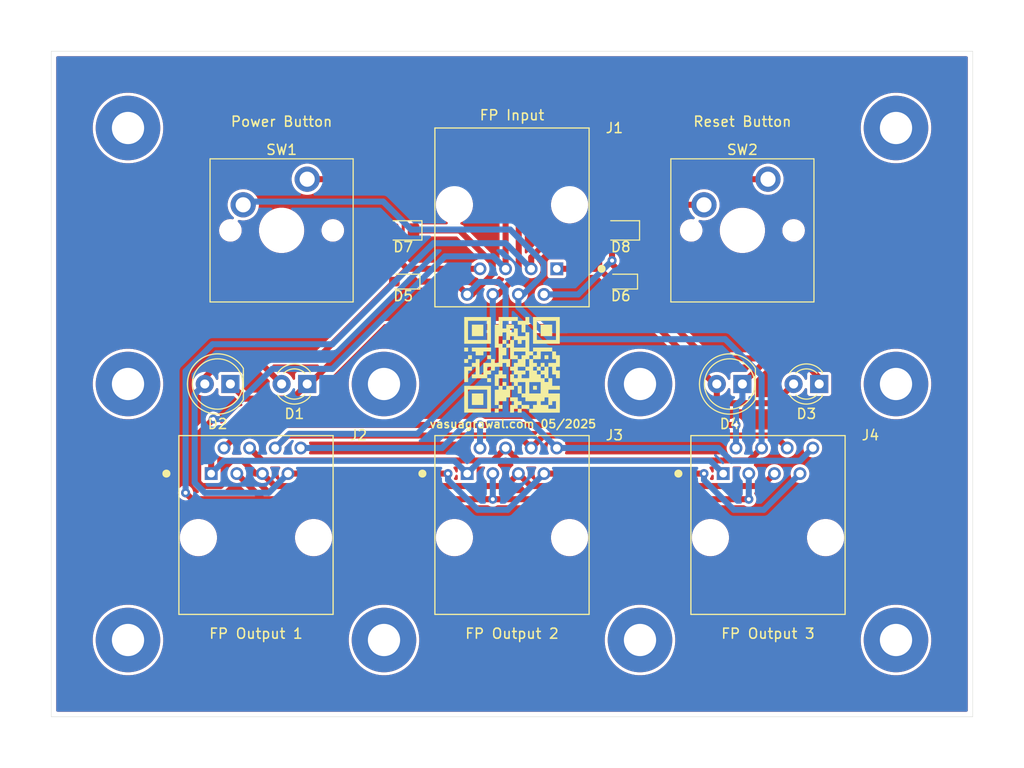
<source format=kicad_pcb>
(kicad_pcb (version 20241229) (generator "pcbnew") (generator_version "9.0")
  (layers (0 "F.Cu" signal) (2 "B.Cu" signal) (13 "F.Paste" user) (15 "B.Paste" user) (5 "F.SilkS" user "F.Silkscreen") (7 "B.SilkS" user "B.Silkscreen") (1 "F.Mask" user) (3 "B.Mask" user) (25 "Edge.Cuts" user))
  (net 0 "")
  (net 1 "PWR_LED-")
  (net 2 "PWR_LED+")
  (net 3 "HDD_LED+")
  (net 4 "HDD_LED-")
  (net 5 "PWR_SW-")
  (net 6 "PWR_SW+")
  (net 7 "RESET_SW+")
  (net 8 "RESET_SW-")
  (footprint "MountingHole:MountingHole_3.2mm_M3_Pad" (layer "F.Cu") (at 177.8 101.6)
    (property "Reference" "H6" (hide yes))
    (property "Value" "MountingHole")
    (pad "1" thru_hole circle (at 0 0) (size 6.4 6.4) (drill 3.2) (layers "*.Cu" "*.Mask"))
  )
  (footprint "MountingHole:MountingHole_3.2mm_M3_Pad" (layer "F.Cu") (at 101.6 101.6)
    (property "Reference" "H3" (hide yes))
    (property "Value" "MountingHole")
    (pad "1" thru_hole circle (at 0 0) (size 6.4 6.4) (drill 3.2) (layers "*.Cu" "*.Mask"))
  )
  (footprint "LED_THT:LED_D3.0mm" (layer "F.Cu") (at 170.18 76.2 180)
    (property "Reference" "D3" (at 1.27 -2.96 0) (layer "F.SilkS"))
    (property "Value" "LED")
    (pad "1" thru_hole rect (at 0 0 180) (size 1.8 1.8) (drill 0.9) (layers "*.Cu" "*.Mask") (net 4 "HDD_LED-"))
    (pad "2" thru_hole circle (at 2.54 0 180) (size 1.8 1.8) (drill 0.9) (layers "*.Cu" "*.Mask") (net 3 "HDD_LED+"))
  )
  (footprint "MountingHole:MountingHole_3.2mm_M3_Pad" (layer "F.Cu") (at 127 76.2)
    (property "Reference" "H7" (hide yes))
    (property "Value" "MountingHole")
    (pad "1" thru_hole circle (at 0 0) (size 6.4 6.4) (drill 3.2) (layers "*.Cu" "*.Mask"))
  )
  (footprint "LED_SMD:LED_0603_1608Metric_Pad1.05x0.95mm_HandSolder" (layer "F.Cu") (at 128.905 66.04 180)
    (property "Reference" "D5" (at 0 -1.43 0) (layer "F.SilkS"))
    (property "Value" "LED")
    (pad "1" smd roundrect (at -0.875 0 180) (size 1.05 0.95) (layers "F.Cu" "F.Mask" "F.Paste") (net 1 "PWR_LED-"))
    (pad "2" smd roundrect (at 0.875 0 180) (size 1.05 0.95) (layers "F.Cu" "F.Mask" "F.Paste") (net 2 "PWR_LED+"))
  )
  (footprint "LED_SMD:LED_0603_1608Metric_Pad1.05x0.95mm_HandSolder" (layer "F.Cu") (at 150.495 66.04 180)
    (property "Reference" "D6" (at 0 -1.43 0) (layer "F.SilkS"))
    (property "Value" "LED")
    (pad "1" smd roundrect (at -0.875 0 180) (size 1.05 0.95) (layers "F.Cu" "F.Mask" "F.Paste") (net 4 "HDD_LED-"))
    (pad "2" smd roundrect (at 0.875 0 180) (size 1.05 0.95) (layers "F.Cu" "F.Mask" "F.Paste") (net 3 "HDD_LED+"))
  )
  (footprint "54602_908LF:AMPHENOL_54602-908LF" (layer "F.Cu") (at 139.7 91.44)
    (property "Reference" "J3" (at 10.16 -10.16 0) (layer "F.SilkS") (effects (font (size 1.001598 1.001598))))
    (property "Value" "FP Output 2" (at 0 9.525 0) (layer "F.SilkS") (effects (font (size 1.001937 1.001937))))
    (pad "" np_thru_hole circle (at -5.715 0) (size 3.2 3.2) (drill 3.2) (layers "*.Cu" "*.Mask"))
    (pad "" np_thru_hole circle (at 5.715 0) (size 3.2 3.2) (drill 3.2) (layers "*.Cu" "*.Mask"))
    (pad "1" thru_hole rect (at -4.445 -6.35) (size 1.268 1.268) (drill 0.76) (layers "*.Cu" "*.Mask") (net 3 "HDD_LED+"))
    (pad "2" thru_hole circle (at -3.175 -8.89) (size 1.268 1.268) (drill 0.76) (layers "*.Cu" "*.Mask") (net 4 "HDD_LED-"))
    (pad "3" thru_hole circle (at -1.905 -6.35) (size 1.268 1.268) (drill 0.76) (layers "*.Cu" "*.Mask") (net 7 "RESET_SW+"))
    (pad "4" thru_hole circle (at -0.635 -8.89) (size 1.268 1.268) (drill 0.76) (layers "*.Cu" "*.Mask") (net 6 "PWR_SW+"))
    (pad "5" thru_hole circle (at 0.635 -6.35) (size 1.268 1.268) (drill 0.76) (layers "*.Cu" "*.Mask") (net 5 "PWR_SW-"))
    (pad "6" thru_hole circle (at 1.905 -8.89) (size 1.268 1.268) (drill 0.76) (layers "*.Cu" "*.Mask") (net 8 "RESET_SW-"))
    (pad "7" thru_hole circle (at 3.175 -6.35) (size 1.268 1.268) (drill 0.76) (layers "*.Cu" "*.Mask") (net 2 "PWR_LED+"))
    (pad "8" thru_hole circle (at 4.445 -8.89) (size 1.268 1.268) (drill 0.76) (layers "*.Cu" "*.Mask") (net 1 "PWR_LED-"))
  )
  (footprint "PCM_Switch_Keyboard_Cherry_MX:SW_Cherry_MX_PCB_1.00u" (layer "F.Cu") (at 116.84 60.96)
    (property "Reference" "SW1" (at 0 -8 0) (layer "F.SilkS"))
    (property "Value" "Power Button" (at 0 -10.795 0) (layer "F.SilkS"))
    (pad "" np_thru_hole circle (at -5.08 0) (size 1.75 1.75) (drill 1.75) (layers "*.Cu" "*.Mask"))
    (pad "" np_thru_hole circle (at 0 0) (size 4 4) (drill 4) (layers "*.Cu" "*.Mask"))
    (pad "" np_thru_hole circle (at 5.08 0) (size 1.75 1.75) (drill 1.75) (layers "*.Cu" "*.Mask"))
    (pad "1" thru_hole circle (at -3.81 -2.54) (size 2.5 2.5) (drill 1.5) (layers "*.Cu" "*.Mask") (net 6 "PWR_SW+"))
    (pad "2" thru_hole circle (at 2.54 -5.08) (size 2.5 2.5) (drill 1.5) (layers "*.Cu" "*.Mask") (net 5 "PWR_SW-"))
  )
  (footprint "LED_SMD:LED_0805_2012Metric_Pad1.15x1.40mm_HandSolder" (layer "F.Cu") (at 150.495 60.96 180)
    (property "Reference" "D8" (at 0 -1.65 0) (layer "F.SilkS"))
    (property "Value" "LED")
    (pad "1" smd roundrect (at -1.025 0 180) (size 1.15 1.4) (layers "F.Cu" "F.Mask" "F.Paste") (roundrect_rratio 0.217391) (net 4 "HDD_LED-"))
    (pad "2" smd roundrect (at 1.025 0 180) (size 1.15 1.4) (layers "F.Cu" "F.Mask" "F.Paste") (roundrect_rratio 0.217391) (net 3 "HDD_LED+"))
  )
  (footprint "54602_908LF:AMPHENOL_54602-908LF" (layer "F.Cu") (at 139.7 58.42 180)
    (property "Reference" "J1" (at -10.16 7.62 0) (layer "F.SilkS") (effects (font (size 1.001598 1.001598))))
    (property "Value" "FP Input" (at 0 8.89 0) (layer "F.SilkS") (effects (font (size 1.001937 1.001937))))
    (pad "" np_thru_hole circle (at -5.715 0 180) (size 3.2 3.2) (drill 3.2) (layers "*.Cu" "*.Mask"))
    (pad "" np_thru_hole circle (at 5.715 0 180) (size 3.2 3.2) (drill 3.2) (layers "*.Cu" "*.Mask"))
    (pad "1" thru_hole rect (at -4.445 -6.35 180) (size 1.268 1.268) (drill 0.76) (layers "*.Cu" "*.Mask") (net 3 "HDD_LED+"))
    (pad "2" thru_hole circle (at -3.175 -8.89 180) (size 1.268 1.268) (drill 0.76) (layers "*.Cu" "*.Mask") (net 4 "HDD_LED-"))
    (pad "3" thru_hole circle (at -1.905 -6.35 180) (size 1.268 1.268) (drill 0.76) (layers "*.Cu" "*.Mask") (net 7 "RESET_SW+"))
    (pad "4" thru_hole circle (at -0.635 -8.89 180) (size 1.268 1.268) (drill 0.76) (layers "*.Cu" "*.Mask") (net 6 "PWR_SW+"))
    (pad "5" thru_hole circle (at 0.635 -6.35 180) (size 1.268 1.268) (drill 0.76) (layers "*.Cu" "*.Mask") (net 5 "PWR_SW-"))
    (pad "6" thru_hole circle (at 1.905 -8.89 180) (size 1.268 1.268) (drill 0.76) (layers "*.Cu" "*.Mask") (net 8 "RESET_SW-"))
    (pad "7" thru_hole circle (at 3.175 -6.35 180) (size 1.268 1.268) (drill 0.76) (layers "*.Cu" "*.Mask") (net 2 "PWR_LED+"))
    (pad "8" thru_hole circle (at 4.445 -8.89 180) (size 1.268 1.268) (drill 0.76) (layers "*.Cu" "*.Mask") (net 1 "PWR_LED-"))
  )
  (footprint "MountingHole:MountingHole_3.2mm_M3_Pad" (layer "F.Cu") (at 127 101.6)
    (property "Reference" "H9" (hide yes))
    (property "Value" "MountingHole")
    (pad "1" thru_hole circle (at 0 0) (size 6.4 6.4) (drill 3.2) (layers "*.Cu" "*.Mask"))
  )
  (footprint "LED_THT:LED_D5.0mm" (layer "F.Cu") (at 162.56 76.2 180)
    (property "Reference" "D4" (at 1.27 -3.96 0) (layer "F.SilkS"))
    (property "Value" "LED")
    (pad "1" thru_hole rect (at 0 0 180) (size 1.8 1.8) (drill 0.9) (layers "*.Cu" "*.Mask") (net 4 "HDD_LED-"))
    (pad "2" thru_hole circle (at 2.54 0 180) (size 1.8 1.8) (drill 0.9) (layers "*.Cu" "*.Mask") (net 3 "HDD_LED+"))
  )
  (footprint "54602_908LF:AMPHENOL_54602-908LF" (layer "F.Cu") (at 165.1 91.44)
    (property "Reference" "J4" (at 10.16 -10.16 0) (layer "F.SilkS") (effects (font (size 1.001598 1.001598))))
    (property "Value" "FP Output 3" (at 0 9.525 0) (layer "F.SilkS") (effects (font (size 1.001937 1.001937))))
    (pad "" np_thru_hole circle (at -5.715 0) (size 3.2 3.2) (drill 3.2) (layers "*.Cu" "*.Mask"))
    (pad "" np_thru_hole circle (at 5.715 0) (size 3.2 3.2) (drill 3.2) (layers "*.Cu" "*.Mask"))
    (pad "1" thru_hole rect (at -4.445 -6.35) (size 1.268 1.268) (drill 0.76) (layers "*.Cu" "*.Mask") (net 3 "HDD_LED+"))
    (pad "2" thru_hole circle (at -3.175 -8.89) (size 1.268 1.268) (drill 0.76) (layers "*.Cu" "*.Mask") (net 4 "HDD_LED-"))
    (pad "3" thru_hole circle (at -1.905 -6.35) (size 1.268 1.268) (drill 0.76) (layers "*.Cu" "*.Mask") (net 7 "RESET_SW+"))
    (pad "4" thru_hole circle (at -0.635 -8.89) (size 1.268 1.268) (drill 0.76) (layers "*.Cu" "*.Mask") (net 6 "PWR_SW+"))
    (pad "5" thru_hole circle (at 0.635 -6.35) (size 1.268 1.268) (drill 0.76) (layers "*.Cu" "*.Mask") (net 5 "PWR_SW-"))
    (pad "6" thru_hole circle (at 1.905 -8.89) (size 1.268 1.268) (drill 0.76) (layers "*.Cu" "*.Mask") (net 8 "RESET_SW-"))
    (pad "7" thru_hole circle (at 3.175 -6.35) (size 1.268 1.268) (drill 0.76) (layers "*.Cu" "*.Mask") (net 2 "PWR_LED+"))
    (pad "8" thru_hole circle (at 4.445 -8.89) (size 1.268 1.268) (drill 0.76) (layers "*.Cu" "*.Mask") (net 1 "PWR_LED-"))
  )
  (footprint "PCM_Switch_Keyboard_Cherry_MX:SW_Cherry_MX_PCB_1.00u" (layer "F.Cu") (at 162.56 60.96)
    (property "Reference" "SW2" (at 0 -8 0) (layer "F.SilkS"))
    (property "Value" "Reset Button" (at 0 -10.795 0) (layer "F.SilkS"))
    (pad "" np_thru_hole circle (at -5.08 0) (size 1.75 1.75) (drill 1.75) (layers "*.Cu" "*.Mask"))
    (pad "" np_thru_hole circle (at 0 0) (size 4 4) (drill 4) (layers "*.Cu" "*.Mask"))
    (pad "" np_thru_hole circle (at 5.08 0) (size 1.75 1.75) (drill 1.75) (layers "*.Cu" "*.Mask"))
    (pad "1" thru_hole circle (at -3.81 -2.54) (size 2.5 2.5) (drill 1.5) (layers "*.Cu" "*.Mask") (net 7 "RESET_SW+"))
    (pad "2" thru_hole circle (at 2.54 -5.08) (size 2.5 2.5) (drill 1.5) (layers "*.Cu" "*.Mask") (net 8 "RESET_SW-"))
  )
  (footprint "MountingHole:MountingHole_3.2mm_M3_Pad" (layer "F.Cu") (at 177.8 50.8)
    (property "Reference" "H4" (hide yes))
    (property "Value" "MountingHole")
    (pad "1" thru_hole circle (at 0 0) (size 6.4 6.4) (drill 3.2) (layers "*.Cu" "*.Mask"))
  )
  (footprint "MountingHole:MountingHole_3.2mm_M3_Pad" (layer "F.Cu") (at 101.6 76.2)
    (property "Reference" "H2" (hide yes))
    (property "Value" "MountingHole")
    (pad "1" thru_hole circle (at 0 0) (size 6.4 6.4) (drill 3.2) (layers "*.Cu" "*.Mask"))
  )
  (footprint "MountingHole:MountingHole_3.2mm_M3_Pad" (layer "F.Cu") (at 152.4 76.2)
    (property "Reference" "H8" (hide yes))
    (property "Value" "MountingHole")
    (pad "1" thru_hole circle (at 0 0) (size 6.4 6.4) (drill 3.2) (layers "*.Cu" "*.Mask"))
  )
  (footprint "MountingHole:MountingHole_3.2mm_M3_Pad" (layer "F.Cu") (at 177.8 76.2)
    (property "Reference" "H5" (hide yes))
    (property "Value" "MountingHole")
    (pad "1" thru_hole circle (at 0 0) (size 6.4 6.4) (drill 3.2) (layers "*.Cu" "*.Mask"))
  )
  (footprint "LED_THT:LED_D3.0mm" (layer "F.Cu") (at 119.38 76.2 180)
    (property "Reference" "D1" (at 1.27 -2.96 0) (layer "F.SilkS"))
    (property "Value" "LED")
    (pad "1" thru_hole rect (at 0 0 180) (size 1.8 1.8) (drill 0.9) (layers "*.Cu" "*.Mask") (net 1 "PWR_LED-"))
    (pad "2" thru_hole circle (at 2.54 0 180) (size 1.8 1.8) (drill 0.9) (layers "*.Cu" "*.Mask") (net 2 "PWR_LED+"))
  )
  (footprint "LOGO" (layer "F.Cu") (at 139.7 74.295)
    (property "Reference" "G***" (hide yes))
    (property "Value" "LOGO" (hide yes))
  )
  (footprint "LED_SMD:LED_0805_2012Metric_Pad1.15x1.40mm_HandSolder" (layer "F.Cu") (at 128.905 60.96 180)
    (property "Reference" "D7" (at 0 -1.65 0) (layer "F.SilkS"))
    (property "Value" "LED")
    (pad "1" smd roundrect (at -1.025 0 180) (size 1.15 1.4) (layers "F.Cu" "F.Mask" "F.Paste") (roundrect_rratio 0.217391) (net 1 "PWR_LED-"))
    (pad "2" smd roundrect (at 1.025 0 180) (size 1.15 1.4) (layers "F.Cu" "F.Mask" "F.Paste") (roundrect_rratio 0.217391) (net 2 "PWR_LED+"))
  )
  (footprint "LED_THT:LED_D5.0mm" (layer "F.Cu") (at 111.76 76.2 180)
    (property "Reference" "D2" (at 1.27 -3.96 0) (layer "F.SilkS"))
    (property "Value" "LED")
    (pad "1" thru_hole rect (at 0 0 180) (size 1.8 1.8) (drill 0.9) (layers "*.Cu" "*.Mask") (net 1 "PWR_LED-"))
    (pad "2" thru_hole circle (at 2.54 0 180) (size 1.8 1.8) (drill 0.9) (layers "*.Cu" "*.Mask") (net 2 "PWR_LED+"))
  )
  (footprint "54602_908LF:AMPHENOL_54602-908LF" (layer "F.Cu") (at 114.3 91.44)
    (property "Reference" "J2" (at 10.16 -10.16 0) (layer "F.SilkS") (effects (font (size 1.001598 1.001598))))
    (property "Value" "FP Output 1" (at 0 9.525 0) (layer "F.SilkS") (effects (font (size 1.001937 1.001937))))
    (pad "" np_thru_hole circle (at -5.715 0) (size 3.2 3.2) (drill 3.2) (layers "*.Cu" "*.Mask"))
    (pad "" np_thru_hole circle (at 5.715 0) (size 3.2 3.2) (drill 3.2) (layers "*.Cu" "*.Mask"))
    (pad "1" thru_hole rect (at -4.445 -6.35) (size 1.268 1.268) (drill 0.76) (layers "*.Cu" "*.Mask") (net 3 "HDD_LED+"))
    (pad "2" thru_hole circle (at -3.175 -8.89) (size 1.268 1.268) (drill 0.76) (layers "*.Cu" "*.Mask") (net 4 "HDD_LED-"))
    (pad "3" thru_hole circle (at -1.905 -6.35) (size 1.268 1.268) (drill 0.76) (layers "*.Cu" "*.Mask") (net 7 "RESET_SW+"))
    (pad "4" thru_hole circle (at -0.635 -8.89) (size 1.268 1.268) (drill 0.76) (layers "*.Cu" "*.Mask") (net 6 "PWR_SW+"))
    (pad "5" thru_hole circle (at 0.635 -6.35) (size 1.268 1.268) (drill 0.76) (layers "*.Cu" "*.Mask") (net 5 "PWR_SW-"))
    (pad "6" thru_hole circle (at 1.905 -8.89) (size 1.268 1.268) (drill 0.76) (layers "*.Cu" "*.Mask") (net 8 "RESET_SW-"))
    (pad "7" thru_hole circle (at 3.175 -6.35) (size 1.268 1.268) (drill 0.76) (layers "*.Cu" "*.Mask") (net 2 "PWR_LED+"))
    (pad "8" thru_hole circle (at 4.445 -8.89) (size 1.268 1.268) (drill 0.76) (layers "*.Cu" "*.Mask") (net 1 "PWR_LED-"))
  )
  (footprint "MountingHole:MountingHole_3.2mm_M3_Pad" (layer "F.Cu") (at 152.4 101.6)
    (property "Reference" "H10" (hide yes))
    (property "Value" "MountingHole")
    (pad "1" thru_hole circle (at 0 0) (size 6.4 6.4) (drill 3.2) (layers "*.Cu" "*.Mask"))
  )
  (footprint "MountingHole:MountingHole_3.2mm_M3_Pad" (layer "F.Cu") (at 101.6 50.8)
    (property "Reference" "H1" (hide yes))
    (property "Value" "MountingHole")
    (pad "1" thru_hole circle (at 0 0) (size 6.4 6.4) (drill 3.2) (layers "*.Cu" "*.Mask"))
  )
  (gr_rect (start 93.98 43.18) (end 185.42 109.22) (stroke (width 0.0381)) (fill no) (layer "Edge.Cuts"))
  (gr_text "vasuagrawal.com 05/2025" (at 131.445 80.645 0) (layer "F.SilkS") (effects (font (size 0.8128 0.8128) (thickness 0.1524) (bold yes)) (justify left bottom)))
  (segment (start 113.215 77.655) (end 111.76 76.2) (width 0.6) (layer "F.Cu") (net 1))
  (segment (start 119.38 76.2) (end 117.925 77.655) (width 0.6) (layer "F.Cu") (net 1))
  (segment (start 137.7928 64.2667) (end 137.7928 65.2674) (width 0.6) (layer "F.Cu") (net 1))
  (segment (start 129.93 60.96) (end 134.4861 60.96) (width 0.6) (layer "F.Cu") (net 1))
  (segment (start 133.985 66.04) (end 135.255 67.31) (width 0.6) (layer "F.Cu") (net 1))
  (segment (start 119.38 76.2) (end 119.62 76.2) (width 0.6) (layer "F.Cu") (net 1))
  (segment (start 117.925 77.655) (end 113.215 77.655) (width 0.6) (layer "F.Cu") (net 1))
  (segment (start 134.4861 60.96) (end 137.7928 64.2667) (width 0.6) (layer "F.Cu") (net 1))
  (segment (start 119.62 76.2) (end 129.78 66.04) (width 0.6) (layer "F.Cu") (net 1))
  (segment (start 129.78 66.04) (end 133.985 66.04) (width 0.6) (layer "F.Cu") (net 1))
  (segment (start 137.7928 65.2674) (end 135.7502 67.31) (width 0.6) (layer "F.Cu") (net 1))
  (segment (start 135.7502 67.31) (end 135.255 67.31) (width 0.6) (layer "F.Cu") (net 1))
  (segment (start 139.065 79.214) (end 136.09 79.214) (width 0.6) (layer "B.Cu") (net 1))
  (segment (start 160.178 82.55) (end 144.145 82.55) (width 0.6) (layer "B.Cu") (net 1))
  (segment (start 139.065 79.214) (end 139.065 66.7952) (width 0.6) (layer "B.Cu") (net 1))
  (segment (start 136.09 79.214) (end 132.754 82.55) (width 0.6) (layer "B.Cu") (net 1))
  (segment (start 139.065 66.7952) (end 138.5699 66.3001) (width 0.6) (layer "B.Cu") (net 1))
  (segment (start 136.4907 66.0743) (end 138.344 66.0743) (width 0.6) (layer "B.Cu") (net 1))
  (segment (start 169.545 82.55) (end 168.275 83.82) (width 0.6) (layer "B.Cu") (net 1))
  (segment (start 161.448 83.82) (end 160.178 82.55) (width 0.6) (layer "B.Cu") (net 1))
  (segment (start 168.275 83.82) (end 161.448 83.82) (width 0.6) (layer "B.Cu") (net 1))
  (segment (start 132.754 82.55) (end 118.745 82.55) (width 0.6) (layer "B.Cu") (net 1))
  (segment (start 144.145 82.55) (end 140.809 79.214) (width 0.6) (layer "B.Cu") (net 1))
  (segment (start 135.255 67.31) (end 136.4907 66.0743) (width 0.6) (layer "B.Cu") (net 1))
  (segment (start 140.809 79.214) (end 139.065 79.214) (width 0.6) (layer "B.Cu") (net 1))
  (segment (start 138.5699 66.3001) (end 138.344 66.0743) (width 0.6) (layer "B.Cu") (net 1))
  (segment (start 127.88 63.35) (end 127.88 60.96) (width 0.6) (layer "F.Cu") (net 2))
  (segment (start 114.3 73.66) (end 113.555 73.66) (width 0.6) (layer "F.Cu") (net 2))
  (segment (start 114.3 73.66) (end 120.41 73.66) (width 0.6) (layer "F.Cu") (net 2))
  (segment (start 129.3 64.77) (end 136.525 64.77) (width 0.6) (layer "F.Cu") (net 2))
  (segment (start 113.555 73.66) (end 111.125 73.66) (width 0.6) (layer "F.Cu") (net 2))
  (segment (start 111.125 73.66) (end 109.22 75.565) (width 0.6) (layer "F.Cu") (net 2))
  (segment (start 109.22 75.565) (end 109.22 76.2) (width 0.6) (layer "F.Cu") (net 2))
  (segment (start 117.475 85.09) (end 133.35 85.09) (width 0.6) (layer "F.Cu") (net 2))
  (segment (start 116.84 75.7625) (end 116.84 76.2) (width 0.6) (layer "F.Cu") (net 2))
  (segment (start 128.03 66.04) (end 129.1291 64.9409) (width 0.6) (layer "F.Cu") (net 2))
  (segment (start 116.84 76.2) (end 114.3 73.66) (width 0.6) (layer "F.Cu") (net 2))
  (segment (start 142.875 85.09) (end 158.75 85.09) (width 0.6) (layer "F.Cu") (net 2))
  (segment (start 129.3 64.77) (end 127.88 63.35) (width 0.6) (layer "F.Cu") (net 2))
  (segment (start 120.41 73.66) (end 128.03 66.04) (width 0.6) (layer "F.Cu") (net 2))
  (segment (start 129.1291 64.9409) (end 129.3 64.77) (width 0.6) (layer "F.Cu") (net 2))
  (via (at 133.35 85.09) (size 0.9) (drill 0.4) (layers "F.Cu" "B.Cu") (net 2))
  (via (at 158.75 85.09) (size 0.9) (drill 0.4) (layers "F.Cu" "B.Cu") (net 2))
  (segment (start 109.22 86.995) (end 108.216 85.991) (width 0.6) (layer "B.Cu") (net 2))
  (segment (start 139.284 88.681) (end 142.875 85.09) (width 0.6) (layer "B.Cu") (net 2))
  (segment (start 108.216 85.991) (end 108.216 77.204) (width 0.6) (layer "B.Cu") (net 2))
  (segment (start 117.475 85.09) (end 115.57 86.995) (width 0.6) (layer "B.Cu") (net 2))
  (segment (start 133.35 85.09) (end 133.35 85.725) (width 0.6) (layer "B.Cu") (net 2))
  (segment (start 115.57 86.995) (end 109.22 86.995) (width 0.6) (layer "B.Cu") (net 2))
  (segment (start 108.216 77.204) (end 109.22 76.2) (width 0.6) (layer "B.Cu") (net 2))
  (segment (start 136.306 88.681) (end 139.284 88.681) (width 0.6) (layer "B.Cu") (net 2))
  (segment (start 158.75 85.09) (end 158.75 85.725) (width 0.6) (layer "B.Cu") (net 2))
  (segment (start 133.35 85.725) (end 136.306 88.681) (width 0.6) (layer "B.Cu") (net 2))
  (segment (start 161.706 88.681) (end 164.684 88.681) (width 0.6) (layer "B.Cu") (net 2))
  (segment (start 164.684 88.681) (end 168.275 85.09) (width 0.6) (layer "B.Cu") (net 2))
  (segment (start 158.75 85.725) (end 161.706 88.681) (width 0.6) (layer "B.Cu") (net 2))
  (segment (start 148.2624 64.77) (end 148.35 64.77) (width 0.6) (layer "F.Cu") (net 3))
  (segment (start 165.7348 78.105) (end 165.7349 78.105) (width 0.6) (layer "F.Cu") (net 3))
  (segment (start 145.855 64.77) (end 147.565 64.77) (width 0.6) (layer "F.Cu") (net 3))
  (segment (start 160.655 78.105) (end 164.6725 78.105) (width 0.6) (layer "F.Cu") (net 3))
  (segment (start 149.62 66.04) (end 145.114 70.546) (width 0.6) (layer "F.Cu") (net 3))
  (segment (start 160.02 76.2) (end 160.02 77.47) (width 0.6) (layer "F.Cu") (net 3))
  (segment (start 165.2038 78.105) (end 165.4694 78.105) (width 0.6) (layer "F.Cu") (net 3))
  (segment (start 165.7309 78.105) (end 165.733 78.105) (width 0.6) (layer "F.Cu") (net 3))
  (segment (start 148.35 64.77) (end 149.62 66.04) (width 0.6) (layer "F.Cu") (net 3))
  (segment (start 165.7018 78.105) (end 165.7184 78.105) (width 0.6) (layer "F.Cu") (net 3))
  (segment (start 160.02 77.47) (end 160.655 78.105) (width 0.6) (layer "F.Cu") (net 3))
  (segment (start 112.908 78.9923) (end 109.855 82.0454) (width 0.6) (layer "F.Cu") (net 3))
  (segment (start 165.6686 78.105) (end 165.7018 78.105) (width 0.6) (layer "F.Cu") (net 3))
  (segment (start 165.735 78.105) (end 167.64 76.2) (width 0.6) (layer "F.Cu") (net 3))
  (segment (start 165.7345 78.105) (end 165.7348 78.105) (width 0.6) (layer "F.Cu") (net 3))
  (segment (start 165.734 78.105) (end 165.7345 78.105) (width 0.6) (layer "F.Cu") (net 3))
  (segment (start 165.4694 78.105) (end 165.6022 78.105) (width 0.6) (layer "F.Cu") (net 3))
  (segment (start 145.114 70.546) (end 127.163 70.546) (width 0.6) (layer "F.Cu") (net 3))
  (segment (start 159.78 76.2) (end 149.62 66.04) (width 0.6) (layer "F.Cu") (net 3))
  (segment (start 147.9137 64.77) (end 148.0009 64.77) (width 0.6) (layer "F.Cu") (net 3))
  (segment (start 121.14 76.5692) (end 121.14 77.615) (width 0.6) (layer "F.Cu") (net 3))
  (segment (start 160.02 76.2) (end 159.78 76.2) (width 0.6) (layer "F.Cu") (net 3))
  (segment (start 165.6022 78.105) (end 165.6686 78.105) (width 0.6) (layer "F.Cu") (net 3))
  (segment (start 119.763 78.9923) (end 112.908 78.9923) (width 0.6) (layer "F.Cu") (net 3))
  (segment (start 165.7267 78.105) (end 165.7309 78.105) (width 0.6) (layer "F.Cu") (net 3))
  (segment (start 165.7184 78.105) (end 165.7267 78.105) (width 0.6) (layer "F.Cu") (net 3))
  (segment (start 148.35 62.08) (end 148.35 64.77) (width 0.6) (layer "F.Cu") (net 3))
  (segment (start 121.14 77.615) (end 119.763 78.9923) (width 0.6) (layer "F.Cu") (net 3))
  (segment (start 165.733 78.105) (end 165.734 78.105) (width 0.6) (layer "F.Cu") (net 3))
  (segment (start 109.855 82.0454) (end 109.855 85.09) (width 0.6) (layer "F.Cu") (net 3))
  (segment (start 148.0009 64.77) (end 148.2624 64.77) (width 0.6) (layer "F.Cu") (net 3))
  (segment (start 164.6725 78.105) (end 165.2038 78.105) (width 0.6) (layer "F.Cu") (net 3))
  (segment (start 147.565 64.77) (end 147.9137 64.77) (width 0.6) (layer "F.Cu") (net 3))
  (segment (start 165.7349 78.105) (end 165.735 78.105) (width 0.6) (layer "F.Cu") (net 3))
  (segment (start 127.163 70.546) (end 121.14 76.5692) (width 0.6) (layer "F.Cu") (net 3))
  (segment (start 144.145 64.77) (end 145.855 64.77) (width 0.6) (layer "F.Cu") (net 3))
  (segment (start 149.47 60.96) (end 148.35 62.08) (width 0.6) (layer "F.Cu") (net 3))
  (segment (start 111.125 83.82) (end 133.985 83.82) (width 0.6) (layer "B.Cu") (net 3))
  (segment (start 133.985 83.82) (end 135.255 85.09) (width 0.6) (layer "B.Cu") (net 3))
  (segment (start 135.255 85.09) (end 136.525 83.82) (width 0.6) (layer "B.Cu") (net 3))
  (segment (start 109.855 85.09) (end 111.125 83.82) (width 0.6) (layer "B.Cu") (net 3))
  (segment (start 159.385 83.82) (end 160.655 85.09) (width 0.6) (layer "B.Cu") (net 3))
  (segment (start 136.525 83.82) (end 159.385 83.82) (width 0.6) (layer "B.Cu") (net 3))
  (segment (start 162.56 76.2) (end 165.1 73.66) (width 0.6) (layer "F.Cu") (net 4))
  (segment (start 170.18 75.565) (end 170.18 76.2) (width 0.6) (layer "F.Cu") (net 4))
  (segment (start 111.125 82.55) (end 113.41 80.265) (width 0.6) (layer "F.Cu") (net 4))
  (segment (start 113.41 80.265) (end 136.525 80.265) (width 0.6) (layer "F.Cu") (net 4))
  (segment (start 151.37 66.04) (end 149.6286 64.2986) (width 0.6) (layer "F.Cu") (net 4))
  (segment (start 149.6286 63.9521) (end 149.6286 62.8514) (width 0.6) (layer "F.Cu") (net 4))
  (segment (start 158.99 73.66) (end 151.37 66.04) (width 0.6) (layer "F.Cu") (net 4))
  (segment (start 149.6286 62.8514) (end 151.52 60.96) (width 0.6) (layer "F.Cu") (net 4))
  (segment (start 149.6286 64.2986) (end 149.6286 63.9521) (width 0.6) (layer "F.Cu") (net 4))
  (segment (start 168.275 73.66) (end 170.18 75.565) (width 0.6) (layer "F.Cu") (net 4))
  (segment (start 136.525 80.265) (end 161.925 80.265) (width 0.6) (layer "F.Cu") (net 4))
  (segment (start 165.1 73.66) (end 158.99 73.66) (width 0.6) (layer "F.Cu") (net 4))
  (segment (start 165.1 73.66) (end 168.275 73.66) (width 0.6) (layer "F.Cu") (net 4))
  (via (at 149.6286 63.9521) (size 0.9) (drill 0.4) (layers "F.Cu" "B.Cu") (net 4))
  (via (at 136.525 80.265) (size 0.9) (drill 0.4) (layers "F.Cu" "B.Cu") (net 4))
  (via (at 161.925 80.265) (size 0.9) (drill 0.4) (layers "F.Cu" "B.Cu") (net 4))
  (segment (start 162.56 77.7017) (end 162.56 76.2) (width 0.6) (layer "B.Cu") (net 4))
  (segment (start 146.2707 67.31) (end 149.6286 63.9521) (width 0.6) (layer "B.Cu") (net 4))
  (segment (start 142.875 67.31) (end 146.2707 67.31) (width 0.6) (layer "B.Cu") (net 4))
  (segment (start 161.925 80.265) (end 161.925 78.3367) (width 0.6) (layer "B.Cu") (net 4))
  (segment (start 161.925 80.265) (end 161.925 82.55) (width 0.6) (layer "B.Cu") (net 4))
  (segment (start 161.925 78.3367) (end 162.56 77.7017) (width 0.6) (layer "B.Cu") (net 4))
  (segment (start 136.525 80.265) (end 136.525 82.55) (width 0.6) (layer "B.Cu") (net 4))
  (segment (start 139.065 60.0113) (end 139.065 64.77) (width 0.6) (layer "F.Cu") (net 5))
  (segment (start 114.935 85.09) (end 116.17 86.325) (width 0.6) (layer "F.Cu") (net 5))
  (segment (start 134.934 55.88) (end 119.38 55.88) (width 0.6) (layer "F.Cu") (net 5))
  (segment (start 108.563 85.9375) (end 108.951 86.3257) (width 0.6) (layer "F.Cu") (net 5))
  (segment (start 134.934 55.88) (end 139.065 60.0113) (width 0.6) (layer "F.Cu") (net 5))
  (segment (start 111.091 84.6083) (end 111.879 83.82) (width 0.6) (layer "F.Cu") (net 5))
  (segment (start 139.1 86.325) (end 140.335 85.09) (width 0.6) (layer "F.Cu") (net 5))
  (segment (start 140.335 85.09) (end 141.57 86.325) (width 0.6) (layer "F.Cu") (net 5))
  (segment (start 141.57 86.325) (end 164.5 86.325) (width 0.6) (layer "F.Cu") (net 5))
  (segment (start 110.78 86.3257) (end 111.091 86.015) (width 0.6) (layer "F.Cu") (net 5))
  (segment (start 111.091 86.015) (end 111.091 84.6083) (width 0.6) (layer "F.Cu") (net 5))
  (segment (start 112.988 83.82) (end 114.258 85.09) (width 0.6) (layer "F.Cu") (net 5))
  (segment (start 116.17 86.325) (end 139.1 86.325) (width 0.6) (layer "F.Cu") (net 5))
  (segment (start 108.951 86.3257) (end 110.78 86.3257) (width 0.6) (layer "F.Cu") (net 5))
  (segment (start 108.563 81.1752) (end 108.563 85.9375) (width 0.6) (layer "F.Cu") (net 5))
  (segment (start 110.059 79.6786) (end 108.563 81.1752) (width 0.6) (layer "F.Cu") (net 5))
  (segment (start 114.258 85.09) (end 114.935 85.09) (width 0.6) (layer "F.Cu") (net 5))
  (segment (start 164.5 86.325) (end 165.735 85.09) (width 0.6) (layer "F.Cu") (net 5))
  (segment (start 111.879 83.82) (end 112.988 83.82) (width 0.6) (layer "F.Cu") (net 5))
  (via (at 110.059 79.6786) (size 0.9) (drill 0.4) (layers "F.Cu" "B.Cu") (net 5))
  (segment (start 139.054 64.77) (end 139.065 64.77) (width 0.6) (layer "B.Cu") (net 5))
  (segment (start 121.34 74.6983) (end 121.8825 74.6983) (width 0.6) (layer "B.Cu") (net 5))
  (segment (start 115.913 74.6983) (end 121.34 74.6983) (width 0.6) (layer "B.Cu") (net 5))
  (segment (start 137.802 63.5173) (end 139.054 64.77) (width 0.6) (layer "B.Cu") (net 5))
  (segment (start 121.8825 74.6983) (end 133.0465 63.5343) (width 0.6) (layer "B.Cu") (net 5))
  (segment (start 137.8183 63.5343) (end 139.054 64.77) (width 0.6) (layer "B.Cu") (net 5))
  (segment (start 133.0465 63.5343) (end 137.8183 63.5343) (width 0.6) (layer "B.Cu") (net 5))
  (segment (start 110.059 79.6786) (end 110.932 79.6786) (width 0.6) (layer "B.Cu") (net 5))
  (segment (start 110.932 79.6786) (end 115.913 74.6983) (width 0.6) (layer "B.Cu") (net 5))
  (segment (start 139.065 82.55) (end 140.3 83.785) (width 0.6) (layer "F.Cu") (net 6))
  (segment (start 114.9 83.785) (end 137.83 83.785) (width 0.6) (layer "F.Cu") (net 6))
  (segment (start 163.23 83.785) (end 164.465 82.55) (width 0.6) (layer "F.Cu") (net 6))
  (segment (start 113.665 82.55) (end 114.9 83.785) (width 0.6) (layer "F.Cu") (net 6))
  (segment (start 137.83 83.785) (end 139.065 82.55) (width 0.6) (layer "F.Cu") (net 6))
  (segment (start 140.3 83.785) (end 163.23 83.785) (width 0.6) (layer "F.Cu") (net 6))
  (segment (start 129.6879 60.8756) (end 139.5144 60.8756) (width 0.6) (layer "B.Cu") (net 6))
  (segment (start 142.84 64.2012) (end 140.224 61.5852) (width 0.6) (layer "B.Cu") (net 6))
  (segment (start 164.465 75.3703) (end 164.465 82.55) (width 0.6) (layer "B.Cu") (net 6))
  (segment (start 139.5144 60.8756) (end 140.224 61.5852) (width 0.6) (layer "B.Cu") (net 6))
  (segment (start 140.335 67.31) (end 140.335 67.3104) (width 0.6) (layer "B.Cu") (net 6))
  (segment (start 140.335 67.31) (end 140.812 67.31) (width 0.6) (layer "B.Cu") (net 6))
  (segment (start 113.041 58.409) (end 113.0397 58.4103) (width 0.6) (layer "B.Cu") (net 6))
  (segment (start 113.041 58.409) (end 113.3466 58.1034) (width 0.6) (layer "B.Cu") (net 6))
  (segment (start 113.3466 58.1034) (end 126.9157 58.1034) (width 0.6) (layer "B.Cu") (net 6))
  (segment (start 126.9157 58.1034) (end 129.6879 60.8756) (width 0.6) (layer "B.Cu") (net 6))
  (segment (start 140.812 67.31) (end 142.84 65.2816) (width 0.6) (layer "B.Cu") (net 6))
  (segment (start 160.85 71.755) (end 164.465 75.3703) (width 0.6) (layer "B.Cu") (net 6))
  (segment (start 140.335 68.58) (end 143.51 71.755) (width 0.6) (layer "B.Cu") (net 6))
  (segment (start 143.51 71.755) (end 160.85 71.755) (width 0.6) (layer "B.Cu") (net 6))
  (segment (start 113.0355 58.4145) (end 113.03 58.42) (width 0.6) (layer "B.Cu") (net 6))
  (segment (start 113.0397 58.4103) (end 113.0383 58.4117) (width 0.6) (layer "B.Cu") (net 6))
  (segment (start 142.84 65.2816) (end 142.84 64.2012) (width 0.6) (layer "B.Cu") (net 6))
  (segment (start 140.335 67.31) (end 140.335 68.58) (width 0.6) (layer "B.Cu") (net 6))
  (segment (start 113.0383 58.4117) (end 113.0355 58.4145) (width 0.6) (layer "B.Cu") (net 6))
  (segment (start 107.95 87.63) (end 114.935 87.63) (width 0.6) (layer "F.Cu") (net 7))
  (segment (start 146.108 61.5595) (end 143.687 61.5595) (width 0.6) (layer "F.Cu") (net 7))
  (segment (start 107.315 86.995) (end 107.95 87.63) (width 0.6) (layer "F.Cu") (net 7))
  (segment (start 112.395 85.09) (end 114.935 87.63) (width 0.6) (layer "F.Cu") (net 7))
  (segment (start 143.687 61.5595) (end 141.605 63.6412) (width 0.6) (layer "F.Cu") (net 7))
  (segment (start 114.935 87.63) (end 137.795 87.63) (width 0.6) (layer "F.Cu") (net 7))
  (segment (start 141.605 63.6412) (end 141.605 64.77) (width 0.6) (layer "F.Cu") (net 7))
  (segment (start 149.4558 58.42) (end 158.75 58.42) (width 0.6) (layer "F.Cu") (net 7))
  (segment (start 146.3163 61.5595) (end 146.108 61.5595) (width 0.6) (layer "F.Cu") (net 7))
  (segment (start 146.3163 61.5595) (end 149.4558 58.42) (width 0.6) (layer "F.Cu") (net 7))
  (segment (start 137.795 87.63) (end 163.195 87.63) (width 0.6) (layer "F.Cu") (net 7))
  (via (at 137.795 87.63) (size 0.9) (drill 0.4) (layers "F.Cu" "B.Cu") (net 7))
  (via (at 107.315 86.995) (size 0.9) (drill 0.4) (layers "F.Cu" "B.Cu") (net 7))
  (via (at 163.195 87.63) (size 0.9) (drill 0.4) (layers "F.Cu" "B.Cu") (net 7))
  (segment (start 139.3805 62.5457) (end 139.0648 62.23) (width 0.6) (layer "B.Cu") (net 7))
  (segment (start 107.315 74.93) (end 107.315 86.995) (width 0.6) (layer "B.Cu") (net 7))
  (segment (start 139.0648 62.23) (end 131.9068 62.23) (width 0.6) (layer "B.Cu") (net 7))
  (segment (start 139.3805 62.5457) (end 141.605 64.77) (width 0.6) (layer "B.Cu") (net 7))
  (segment (start 121.885 72.2518) (end 109.993 72.2518) (width 0.6) (layer "B.Cu") (net 7))
  (segment (start 131.9068 62.23) (end 121.885 72.2518) (width 0.6) (layer "B.Cu") (net 7))
  (segment (start 139.321 62.4862) (end 139.3805 62.5457) (width 0.6) (layer "B.Cu") (net 7))
  (segment (start 163.195 87.63) (end 163.195 85.09) (width 0.6) (layer "B.Cu") (net 7))
  (segment (start 109.993 72.2518) (end 107.315 74.93) (width 0.6) (layer "B.Cu") (net 7))
  (segment (start 137.795 87.63) (end 137.795 85.09) (width 0.6) (layer "B.Cu") (net 7))
  (segment (start 165.77 81.315) (end 167.005 82.55) (width 0.6) (layer "F.Cu") (net 8))
  (segment (start 138.333 67.31) (end 137.795 67.31) (width 0.6) (layer "F.Cu") (net 8))
  (segment (start 141.605 82.55) (end 142.84 81.315) (width 0.6) (layer "F.Cu") (net 8))
  (segment (start 165.1 55.88) (end 144.45 55.88) (width 0.6) (layer "F.Cu") (net 8))
  (segment (start 140.369 59.9603) (end 140.369 65.2733) (width 0.6) (layer "F.Cu") (net 8))
  (segment (start 142.84 81.315) (end 165.77 81.315) (width 0.6) (layer "F.Cu") (net 8))
  (segment (start 140.369 65.2733) (end 138.333 67.31) (width 0.6) (layer "F.Cu") (net 8))
  (segment (start 140.37 81.315) (end 141.605 82.55) (width 0.6) (layer "F.Cu") (net 8))
  (segment (start 117.44 81.315) (end 140.37 81.315) (width 0.6) (layer "F.Cu") (net 8))
  (segment (start 144.45 55.88) (end 140.369 59.9603) (width 0.6) (layer "F.Cu") (net 8))
  (segment (start 116.205 82.55) (end 117.44 81.315) (width 0.6) (layer "F.Cu") (net 8))
  (segment (start 137.795 73.66) (end 137.795 67.31) (width 0.6) (layer "B.Cu") (net 8))
  (segment (start 130.312 81.1433) (end 137.795 73.66) (width 0.6) (layer "B.Cu") (net 8))
  (segment (start 117.612 81.1433) (end 130.312 81.1433) (width 0.6) (layer "B.Cu") (net 8))
  (segment (start 116.205 82.55) (end 117.612 81.1433) (width 0.6) (layer "B.Cu") (net 8))
  (zone (net 0) (net_name "") (layers "F.Cu" "B.Cu") (connect_pads (clearance 0)) (min_thickness 0.25) (fill yes (thermal_gap 0.5) (thermal_bridge_width 0.5) (island_removal_mode 1) (island_area_min 10))
    (polygon (pts (xy 93.98 43.18) (xy 185.42 43.18) (xy 185.42 109.22) (xy 93.98 109.22)))
  )
)
</source>
